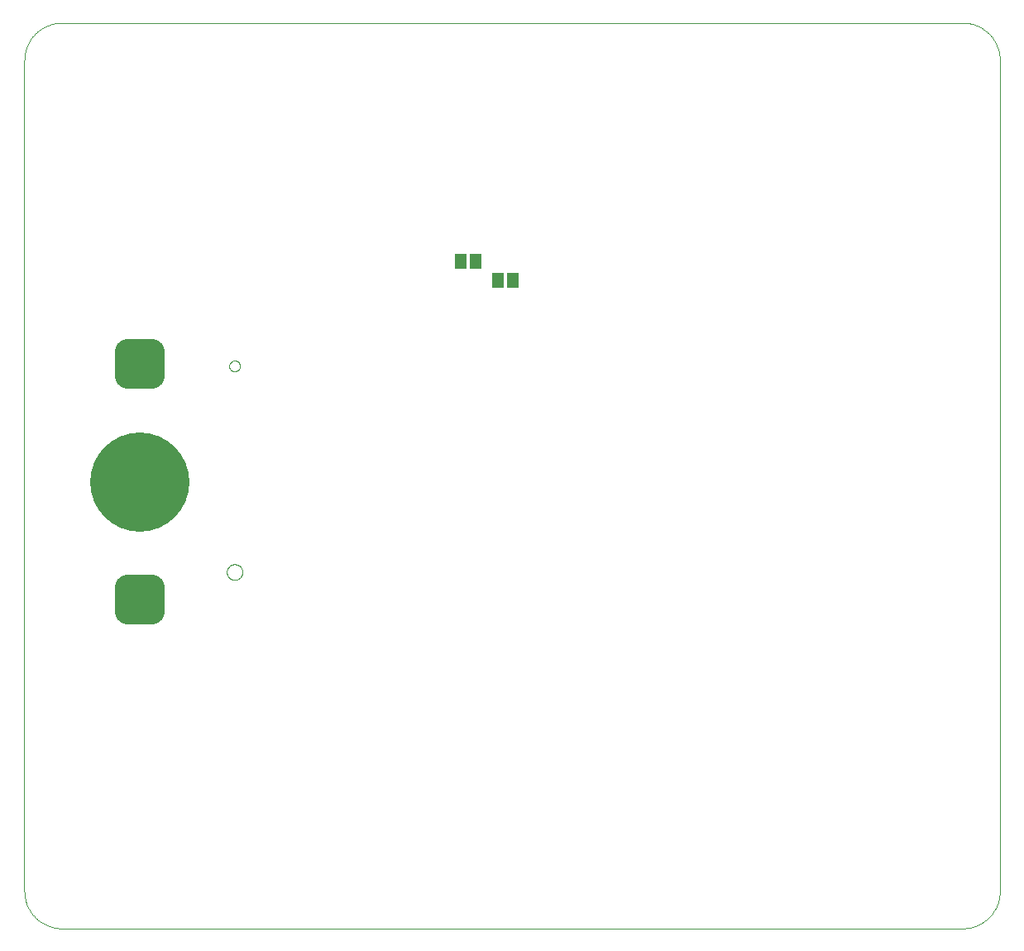
<source format=gbp>
G75*
%MOIN*%
%OFA0B0*%
%FSLAX25Y25*%
%IPPOS*%
%LPD*%
%AMOC8*
5,1,8,0,0,1.08239X$1,22.5*
%
%ADD10C,0.00000*%
%ADD11C,0.10000*%
%ADD12C,0.40000*%
%ADD13R,0.04600X0.06300*%
D10*
X0090000Y0017248D02*
X0090000Y0352248D01*
X0090004Y0352610D01*
X0090018Y0352973D01*
X0090039Y0353335D01*
X0090070Y0353696D01*
X0090109Y0354056D01*
X0090157Y0354415D01*
X0090214Y0354773D01*
X0090279Y0355130D01*
X0090353Y0355485D01*
X0090436Y0355838D01*
X0090527Y0356189D01*
X0090626Y0356537D01*
X0090734Y0356883D01*
X0090850Y0357227D01*
X0090975Y0357567D01*
X0091107Y0357904D01*
X0091248Y0358238D01*
X0091397Y0358569D01*
X0091554Y0358896D01*
X0091718Y0359219D01*
X0091890Y0359538D01*
X0092070Y0359852D01*
X0092258Y0360163D01*
X0092453Y0360468D01*
X0092655Y0360769D01*
X0092865Y0361065D01*
X0093081Y0361355D01*
X0093305Y0361641D01*
X0093535Y0361921D01*
X0093772Y0362195D01*
X0094016Y0362463D01*
X0094266Y0362726D01*
X0094522Y0362982D01*
X0094785Y0363232D01*
X0095053Y0363476D01*
X0095327Y0363713D01*
X0095607Y0363943D01*
X0095893Y0364167D01*
X0096183Y0364383D01*
X0096479Y0364593D01*
X0096780Y0364795D01*
X0097085Y0364990D01*
X0097396Y0365178D01*
X0097710Y0365358D01*
X0098029Y0365530D01*
X0098352Y0365694D01*
X0098679Y0365851D01*
X0099010Y0366000D01*
X0099344Y0366141D01*
X0099681Y0366273D01*
X0100021Y0366398D01*
X0100365Y0366514D01*
X0100711Y0366622D01*
X0101059Y0366721D01*
X0101410Y0366812D01*
X0101763Y0366895D01*
X0102118Y0366969D01*
X0102475Y0367034D01*
X0102833Y0367091D01*
X0103192Y0367139D01*
X0103552Y0367178D01*
X0103913Y0367209D01*
X0104275Y0367230D01*
X0104638Y0367244D01*
X0105000Y0367248D01*
X0468110Y0367248D01*
X0468472Y0367244D01*
X0468835Y0367230D01*
X0469197Y0367209D01*
X0469558Y0367178D01*
X0469918Y0367139D01*
X0470277Y0367091D01*
X0470635Y0367034D01*
X0470992Y0366969D01*
X0471347Y0366895D01*
X0471700Y0366812D01*
X0472051Y0366721D01*
X0472399Y0366622D01*
X0472745Y0366514D01*
X0473089Y0366398D01*
X0473429Y0366273D01*
X0473766Y0366141D01*
X0474100Y0366000D01*
X0474431Y0365851D01*
X0474758Y0365694D01*
X0475081Y0365530D01*
X0475400Y0365358D01*
X0475714Y0365178D01*
X0476025Y0364990D01*
X0476330Y0364795D01*
X0476631Y0364593D01*
X0476927Y0364383D01*
X0477217Y0364167D01*
X0477503Y0363943D01*
X0477783Y0363713D01*
X0478057Y0363476D01*
X0478325Y0363232D01*
X0478588Y0362982D01*
X0478844Y0362726D01*
X0479094Y0362463D01*
X0479338Y0362195D01*
X0479575Y0361921D01*
X0479805Y0361641D01*
X0480029Y0361355D01*
X0480245Y0361065D01*
X0480455Y0360769D01*
X0480657Y0360468D01*
X0480852Y0360163D01*
X0481040Y0359852D01*
X0481220Y0359538D01*
X0481392Y0359219D01*
X0481556Y0358896D01*
X0481713Y0358569D01*
X0481862Y0358238D01*
X0482003Y0357904D01*
X0482135Y0357567D01*
X0482260Y0357227D01*
X0482376Y0356883D01*
X0482484Y0356537D01*
X0482583Y0356189D01*
X0482674Y0355838D01*
X0482757Y0355485D01*
X0482831Y0355130D01*
X0482896Y0354773D01*
X0482953Y0354415D01*
X0483001Y0354056D01*
X0483040Y0353696D01*
X0483071Y0353335D01*
X0483092Y0352973D01*
X0483106Y0352610D01*
X0483110Y0352248D01*
X0483110Y0017248D01*
X0483106Y0016886D01*
X0483092Y0016523D01*
X0483071Y0016161D01*
X0483040Y0015800D01*
X0483001Y0015440D01*
X0482953Y0015081D01*
X0482896Y0014723D01*
X0482831Y0014366D01*
X0482757Y0014011D01*
X0482674Y0013658D01*
X0482583Y0013307D01*
X0482484Y0012959D01*
X0482376Y0012613D01*
X0482260Y0012269D01*
X0482135Y0011929D01*
X0482003Y0011592D01*
X0481862Y0011258D01*
X0481713Y0010927D01*
X0481556Y0010600D01*
X0481392Y0010277D01*
X0481220Y0009958D01*
X0481040Y0009644D01*
X0480852Y0009333D01*
X0480657Y0009028D01*
X0480455Y0008727D01*
X0480245Y0008431D01*
X0480029Y0008141D01*
X0479805Y0007855D01*
X0479575Y0007575D01*
X0479338Y0007301D01*
X0479094Y0007033D01*
X0478844Y0006770D01*
X0478588Y0006514D01*
X0478325Y0006264D01*
X0478057Y0006020D01*
X0477783Y0005783D01*
X0477503Y0005553D01*
X0477217Y0005329D01*
X0476927Y0005113D01*
X0476631Y0004903D01*
X0476330Y0004701D01*
X0476025Y0004506D01*
X0475714Y0004318D01*
X0475400Y0004138D01*
X0475081Y0003966D01*
X0474758Y0003802D01*
X0474431Y0003645D01*
X0474100Y0003496D01*
X0473766Y0003355D01*
X0473429Y0003223D01*
X0473089Y0003098D01*
X0472745Y0002982D01*
X0472399Y0002874D01*
X0472051Y0002775D01*
X0471700Y0002684D01*
X0471347Y0002601D01*
X0470992Y0002527D01*
X0470635Y0002462D01*
X0470277Y0002405D01*
X0469918Y0002357D01*
X0469558Y0002318D01*
X0469197Y0002287D01*
X0468835Y0002266D01*
X0468472Y0002252D01*
X0468110Y0002248D01*
X0105000Y0002248D01*
X0104638Y0002252D01*
X0104275Y0002266D01*
X0103913Y0002287D01*
X0103552Y0002318D01*
X0103192Y0002357D01*
X0102833Y0002405D01*
X0102475Y0002462D01*
X0102118Y0002527D01*
X0101763Y0002601D01*
X0101410Y0002684D01*
X0101059Y0002775D01*
X0100711Y0002874D01*
X0100365Y0002982D01*
X0100021Y0003098D01*
X0099681Y0003223D01*
X0099344Y0003355D01*
X0099010Y0003496D01*
X0098679Y0003645D01*
X0098352Y0003802D01*
X0098029Y0003966D01*
X0097710Y0004138D01*
X0097396Y0004318D01*
X0097085Y0004506D01*
X0096780Y0004701D01*
X0096479Y0004903D01*
X0096183Y0005113D01*
X0095893Y0005329D01*
X0095607Y0005553D01*
X0095327Y0005783D01*
X0095053Y0006020D01*
X0094785Y0006264D01*
X0094522Y0006514D01*
X0094266Y0006770D01*
X0094016Y0007033D01*
X0093772Y0007301D01*
X0093535Y0007575D01*
X0093305Y0007855D01*
X0093081Y0008141D01*
X0092865Y0008431D01*
X0092655Y0008727D01*
X0092453Y0009028D01*
X0092258Y0009333D01*
X0092070Y0009644D01*
X0091890Y0009958D01*
X0091718Y0010277D01*
X0091554Y0010600D01*
X0091397Y0010927D01*
X0091248Y0011258D01*
X0091107Y0011592D01*
X0090975Y0011929D01*
X0090850Y0012269D01*
X0090734Y0012613D01*
X0090626Y0012959D01*
X0090527Y0013307D01*
X0090436Y0013658D01*
X0090353Y0014011D01*
X0090279Y0014366D01*
X0090214Y0014723D01*
X0090157Y0015081D01*
X0090109Y0015440D01*
X0090070Y0015800D01*
X0090039Y0016161D01*
X0090018Y0016523D01*
X0090004Y0016886D01*
X0090000Y0017248D01*
X0171582Y0145846D02*
X0171584Y0145958D01*
X0171590Y0146069D01*
X0171600Y0146181D01*
X0171614Y0146292D01*
X0171631Y0146402D01*
X0171653Y0146512D01*
X0171679Y0146621D01*
X0171708Y0146729D01*
X0171741Y0146835D01*
X0171778Y0146941D01*
X0171819Y0147045D01*
X0171864Y0147148D01*
X0171912Y0147249D01*
X0171963Y0147348D01*
X0172018Y0147445D01*
X0172077Y0147540D01*
X0172138Y0147634D01*
X0172203Y0147725D01*
X0172272Y0147813D01*
X0172343Y0147899D01*
X0172417Y0147983D01*
X0172495Y0148063D01*
X0172575Y0148141D01*
X0172658Y0148217D01*
X0172743Y0148289D01*
X0172831Y0148358D01*
X0172921Y0148424D01*
X0173014Y0148486D01*
X0173109Y0148546D01*
X0173206Y0148602D01*
X0173304Y0148654D01*
X0173405Y0148703D01*
X0173507Y0148748D01*
X0173611Y0148790D01*
X0173716Y0148828D01*
X0173823Y0148862D01*
X0173930Y0148892D01*
X0174039Y0148919D01*
X0174148Y0148941D01*
X0174259Y0148960D01*
X0174369Y0148975D01*
X0174481Y0148986D01*
X0174592Y0148993D01*
X0174704Y0148996D01*
X0174816Y0148995D01*
X0174928Y0148990D01*
X0175039Y0148981D01*
X0175150Y0148968D01*
X0175261Y0148951D01*
X0175371Y0148931D01*
X0175480Y0148906D01*
X0175588Y0148878D01*
X0175695Y0148845D01*
X0175801Y0148809D01*
X0175905Y0148769D01*
X0176008Y0148726D01*
X0176110Y0148679D01*
X0176209Y0148628D01*
X0176307Y0148574D01*
X0176403Y0148516D01*
X0176497Y0148455D01*
X0176588Y0148391D01*
X0176677Y0148324D01*
X0176764Y0148253D01*
X0176848Y0148179D01*
X0176930Y0148103D01*
X0177008Y0148023D01*
X0177084Y0147941D01*
X0177157Y0147856D01*
X0177227Y0147769D01*
X0177293Y0147679D01*
X0177357Y0147587D01*
X0177417Y0147493D01*
X0177474Y0147397D01*
X0177527Y0147298D01*
X0177577Y0147198D01*
X0177623Y0147097D01*
X0177666Y0146993D01*
X0177705Y0146888D01*
X0177740Y0146782D01*
X0177771Y0146675D01*
X0177799Y0146566D01*
X0177822Y0146457D01*
X0177842Y0146347D01*
X0177858Y0146236D01*
X0177870Y0146125D01*
X0177878Y0146014D01*
X0177882Y0145902D01*
X0177882Y0145790D01*
X0177878Y0145678D01*
X0177870Y0145567D01*
X0177858Y0145456D01*
X0177842Y0145345D01*
X0177822Y0145235D01*
X0177799Y0145126D01*
X0177771Y0145017D01*
X0177740Y0144910D01*
X0177705Y0144804D01*
X0177666Y0144699D01*
X0177623Y0144595D01*
X0177577Y0144494D01*
X0177527Y0144394D01*
X0177474Y0144295D01*
X0177417Y0144199D01*
X0177357Y0144105D01*
X0177293Y0144013D01*
X0177227Y0143923D01*
X0177157Y0143836D01*
X0177084Y0143751D01*
X0177008Y0143669D01*
X0176930Y0143589D01*
X0176848Y0143513D01*
X0176764Y0143439D01*
X0176677Y0143368D01*
X0176588Y0143301D01*
X0176497Y0143237D01*
X0176403Y0143176D01*
X0176307Y0143118D01*
X0176209Y0143064D01*
X0176110Y0143013D01*
X0176008Y0142966D01*
X0175905Y0142923D01*
X0175801Y0142883D01*
X0175695Y0142847D01*
X0175588Y0142814D01*
X0175480Y0142786D01*
X0175371Y0142761D01*
X0175261Y0142741D01*
X0175150Y0142724D01*
X0175039Y0142711D01*
X0174928Y0142702D01*
X0174816Y0142697D01*
X0174704Y0142696D01*
X0174592Y0142699D01*
X0174481Y0142706D01*
X0174369Y0142717D01*
X0174259Y0142732D01*
X0174148Y0142751D01*
X0174039Y0142773D01*
X0173930Y0142800D01*
X0173823Y0142830D01*
X0173716Y0142864D01*
X0173611Y0142902D01*
X0173507Y0142944D01*
X0173405Y0142989D01*
X0173304Y0143038D01*
X0173206Y0143090D01*
X0173109Y0143146D01*
X0173014Y0143206D01*
X0172921Y0143268D01*
X0172831Y0143334D01*
X0172743Y0143403D01*
X0172658Y0143475D01*
X0172575Y0143551D01*
X0172495Y0143629D01*
X0172417Y0143709D01*
X0172343Y0143793D01*
X0172272Y0143879D01*
X0172203Y0143967D01*
X0172138Y0144058D01*
X0172077Y0144152D01*
X0172018Y0144247D01*
X0171963Y0144344D01*
X0171912Y0144443D01*
X0171864Y0144544D01*
X0171819Y0144647D01*
X0171778Y0144751D01*
X0171741Y0144857D01*
X0171708Y0144963D01*
X0171679Y0145071D01*
X0171653Y0145180D01*
X0171631Y0145290D01*
X0171614Y0145400D01*
X0171600Y0145511D01*
X0171590Y0145623D01*
X0171584Y0145734D01*
X0171582Y0145846D01*
X0172567Y0228917D02*
X0172569Y0229010D01*
X0172575Y0229102D01*
X0172585Y0229194D01*
X0172599Y0229285D01*
X0172616Y0229376D01*
X0172638Y0229466D01*
X0172663Y0229555D01*
X0172692Y0229643D01*
X0172725Y0229729D01*
X0172762Y0229814D01*
X0172802Y0229898D01*
X0172846Y0229979D01*
X0172893Y0230059D01*
X0172943Y0230137D01*
X0172997Y0230212D01*
X0173054Y0230285D01*
X0173114Y0230355D01*
X0173177Y0230423D01*
X0173243Y0230488D01*
X0173311Y0230550D01*
X0173382Y0230610D01*
X0173456Y0230666D01*
X0173532Y0230719D01*
X0173610Y0230768D01*
X0173690Y0230815D01*
X0173772Y0230857D01*
X0173856Y0230897D01*
X0173941Y0230932D01*
X0174028Y0230964D01*
X0174116Y0230993D01*
X0174205Y0231017D01*
X0174295Y0231038D01*
X0174386Y0231054D01*
X0174478Y0231067D01*
X0174570Y0231076D01*
X0174663Y0231081D01*
X0174755Y0231082D01*
X0174848Y0231079D01*
X0174940Y0231072D01*
X0175032Y0231061D01*
X0175123Y0231046D01*
X0175214Y0231028D01*
X0175304Y0231005D01*
X0175392Y0230979D01*
X0175480Y0230949D01*
X0175566Y0230915D01*
X0175650Y0230878D01*
X0175733Y0230836D01*
X0175814Y0230792D01*
X0175894Y0230744D01*
X0175971Y0230693D01*
X0176045Y0230638D01*
X0176118Y0230580D01*
X0176188Y0230520D01*
X0176255Y0230456D01*
X0176319Y0230390D01*
X0176381Y0230320D01*
X0176439Y0230249D01*
X0176494Y0230175D01*
X0176546Y0230098D01*
X0176595Y0230019D01*
X0176641Y0229939D01*
X0176683Y0229856D01*
X0176721Y0229772D01*
X0176756Y0229686D01*
X0176787Y0229599D01*
X0176814Y0229511D01*
X0176837Y0229421D01*
X0176857Y0229331D01*
X0176873Y0229240D01*
X0176885Y0229148D01*
X0176893Y0229056D01*
X0176897Y0228963D01*
X0176897Y0228871D01*
X0176893Y0228778D01*
X0176885Y0228686D01*
X0176873Y0228594D01*
X0176857Y0228503D01*
X0176837Y0228413D01*
X0176814Y0228323D01*
X0176787Y0228235D01*
X0176756Y0228148D01*
X0176721Y0228062D01*
X0176683Y0227978D01*
X0176641Y0227895D01*
X0176595Y0227815D01*
X0176546Y0227736D01*
X0176494Y0227659D01*
X0176439Y0227585D01*
X0176381Y0227514D01*
X0176319Y0227444D01*
X0176255Y0227378D01*
X0176188Y0227314D01*
X0176118Y0227254D01*
X0176045Y0227196D01*
X0175971Y0227141D01*
X0175894Y0227090D01*
X0175815Y0227042D01*
X0175733Y0226998D01*
X0175650Y0226956D01*
X0175566Y0226919D01*
X0175480Y0226885D01*
X0175392Y0226855D01*
X0175304Y0226829D01*
X0175214Y0226806D01*
X0175123Y0226788D01*
X0175032Y0226773D01*
X0174940Y0226762D01*
X0174848Y0226755D01*
X0174755Y0226752D01*
X0174663Y0226753D01*
X0174570Y0226758D01*
X0174478Y0226767D01*
X0174386Y0226780D01*
X0174295Y0226796D01*
X0174205Y0226817D01*
X0174116Y0226841D01*
X0174028Y0226870D01*
X0173941Y0226902D01*
X0173856Y0226937D01*
X0173772Y0226977D01*
X0173690Y0227019D01*
X0173610Y0227066D01*
X0173532Y0227115D01*
X0173456Y0227168D01*
X0173382Y0227224D01*
X0173311Y0227284D01*
X0173243Y0227346D01*
X0173177Y0227411D01*
X0173114Y0227479D01*
X0173054Y0227549D01*
X0172997Y0227622D01*
X0172943Y0227697D01*
X0172893Y0227775D01*
X0172846Y0227855D01*
X0172802Y0227936D01*
X0172762Y0228020D01*
X0172725Y0228105D01*
X0172692Y0228191D01*
X0172663Y0228279D01*
X0172638Y0228368D01*
X0172616Y0228458D01*
X0172599Y0228549D01*
X0172585Y0228640D01*
X0172575Y0228732D01*
X0172569Y0228824D01*
X0172567Y0228917D01*
D11*
X0141500Y0224748D02*
X0141500Y0234748D01*
X0141500Y0224748D02*
X0131500Y0224748D01*
X0131500Y0234748D01*
X0141500Y0234748D01*
X0141500Y0234747D02*
X0131500Y0234747D01*
X0141500Y0139748D02*
X0141500Y0129748D01*
X0131500Y0129748D01*
X0131500Y0139748D01*
X0141500Y0139748D01*
X0141500Y0139747D02*
X0131500Y0139747D01*
D12*
X0136500Y0182248D03*
D13*
X0265750Y0270998D03*
X0271750Y0270998D03*
X0280750Y0263498D03*
X0286750Y0263498D03*
M02*

</source>
